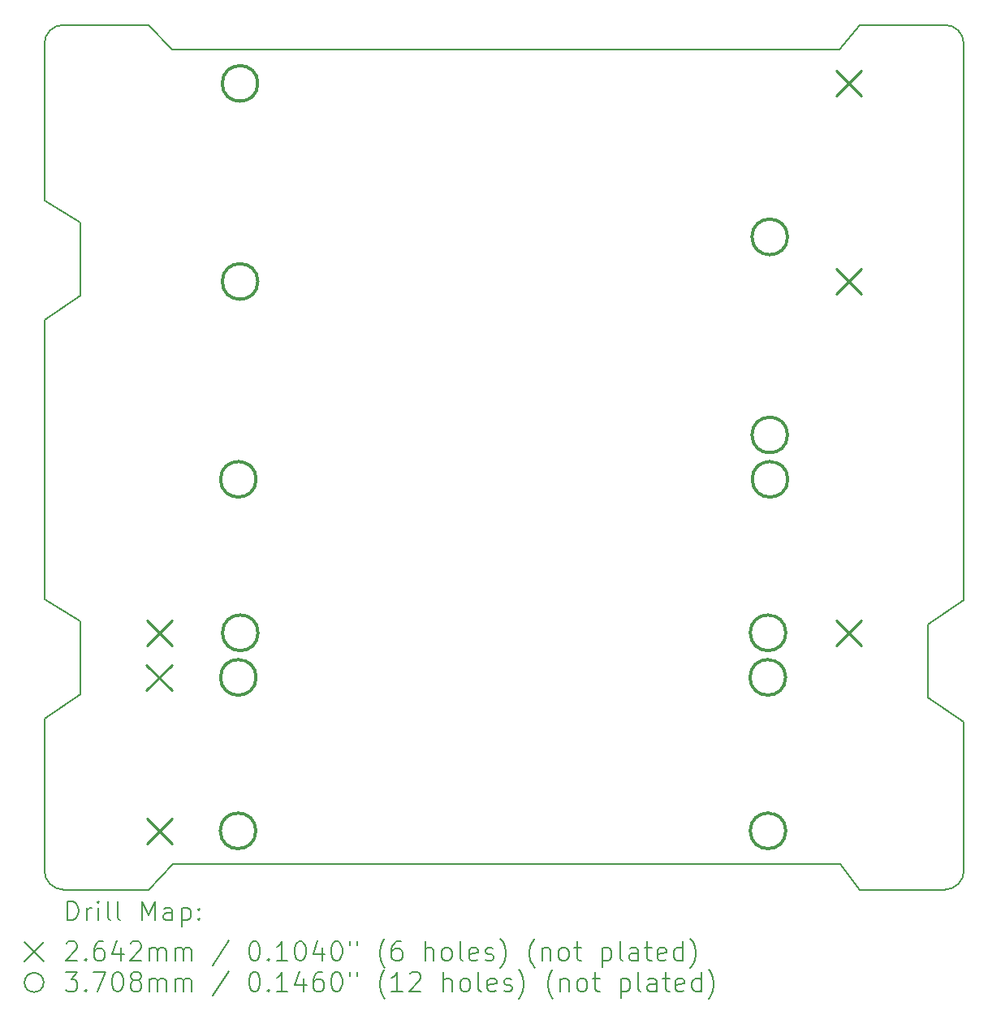
<source format=gbr>
%TF.GenerationSoftware,KiCad,Pcbnew,7.0.2-0*%
%TF.CreationDate,2024-05-07T22:45:02-07:00*%
%TF.ProjectId,batteryboard,62617474-6572-4796-926f-6172642e6b69,v2B*%
%TF.SameCoordinates,Original*%
%TF.FileFunction,Drillmap*%
%TF.FilePolarity,Positive*%
%FSLAX45Y45*%
G04 Gerber Fmt 4.5, Leading zero omitted, Abs format (unit mm)*
G04 Created by KiCad (PCBNEW 7.0.2-0) date 2024-05-07 22:45:02*
%MOMM*%
%LPD*%
G01*
G04 APERTURE LIST*
%ADD10C,0.150000*%
%ADD11C,0.200000*%
%ADD12C,0.264160*%
%ADD13C,0.370840*%
G04 APERTURE END LIST*
D10*
X5320030Y-14197990D02*
G75*
G03*
X5520030Y-14397990I200000J0D01*
G01*
X14708530Y-14397990D02*
G75*
G03*
X14908530Y-14197990I0J200000D01*
G01*
X14908530Y-5580990D02*
G75*
G03*
X14708530Y-5380990I-200000J0D01*
G01*
X5520030Y-5380990D02*
G75*
G03*
X5320030Y-5580990I0J-200000D01*
G01*
X5520030Y-14397990D02*
X6403950Y-14397990D01*
X14909800Y-11379200D02*
X14908530Y-5580990D01*
X13616570Y-14131870D02*
X6656970Y-14131870D01*
X6403950Y-14397990D02*
X6656970Y-14131870D01*
X14708530Y-14397990D02*
X13824610Y-14397990D01*
X6654800Y-5638800D02*
X6409690Y-5380990D01*
X13614400Y-5638800D02*
X6654800Y-5638800D01*
X13614400Y-5638800D02*
X13818870Y-5380990D01*
X14708530Y-5380990D02*
X13818870Y-5380990D01*
X6409690Y-5380990D02*
X5520030Y-5380990D01*
X5320030Y-7213600D02*
X5320030Y-5580990D01*
X14908530Y-14197990D02*
X14909800Y-12649200D01*
X14530970Y-12395200D02*
X14909800Y-12649200D01*
X5691210Y-11596890D02*
X5319470Y-11368290D01*
X14530970Y-11633200D02*
X14530970Y-12395200D01*
X5320030Y-8458200D02*
X5691770Y-8204200D01*
X5691210Y-12358890D02*
X5691210Y-11596890D01*
X13824610Y-14397990D02*
X13616570Y-14131870D01*
X5320030Y-14197990D02*
X5319470Y-12612890D01*
X5691770Y-7442200D02*
X5320030Y-7213600D01*
X5691770Y-8204200D02*
X5691770Y-7442200D01*
X14909800Y-11379200D02*
X14530970Y-11633200D01*
X5319470Y-12612890D02*
X5691210Y-12358890D01*
X5319470Y-11368290D02*
X5320030Y-8458200D01*
D11*
D12*
X6384290Y-12052300D02*
X6648450Y-12316460D01*
X6648450Y-12052300D02*
X6384290Y-12316460D01*
X6386830Y-11587480D02*
X6650990Y-11851640D01*
X6650990Y-11587480D02*
X6386830Y-11851640D01*
X6386830Y-13652500D02*
X6650990Y-13916660D01*
X6650990Y-13652500D02*
X6386830Y-13916660D01*
X13575030Y-5859780D02*
X13839190Y-6123940D01*
X13839190Y-5859780D02*
X13575030Y-6123940D01*
X13575030Y-7924800D02*
X13839190Y-8188960D01*
X13839190Y-7924800D02*
X13575030Y-8188960D01*
X13577570Y-11587480D02*
X13841730Y-11851640D01*
X13841730Y-11587480D02*
X13577570Y-11851640D01*
D13*
X7524750Y-13784580D02*
G75*
G03*
X7524750Y-13784580I-185420J0D01*
G01*
X7527290Y-10119360D02*
G75*
G03*
X7527290Y-10119360I-185420J0D01*
G01*
X7527290Y-12184380D02*
G75*
G03*
X7527290Y-12184380I-185420J0D01*
G01*
X7545070Y-5991860D02*
G75*
G03*
X7545070Y-5991860I-185420J0D01*
G01*
X7545070Y-8056880D02*
G75*
G03*
X7545070Y-8056880I-185420J0D01*
G01*
X7547610Y-11719560D02*
G75*
G03*
X7547610Y-11719560I-185420J0D01*
G01*
X13049250Y-12184380D02*
G75*
G03*
X13049250Y-12184380I-185420J0D01*
G01*
X13051790Y-11719560D02*
G75*
G03*
X13051790Y-11719560I-185420J0D01*
G01*
X13051790Y-13784580D02*
G75*
G03*
X13051790Y-13784580I-185420J0D01*
G01*
X13069570Y-7592060D02*
G75*
G03*
X13069570Y-7592060I-185420J0D01*
G01*
X13069570Y-9657080D02*
G75*
G03*
X13069570Y-9657080I-185420J0D01*
G01*
X13072110Y-10119360D02*
G75*
G03*
X13072110Y-10119360I-185420J0D01*
G01*
D11*
X5559589Y-14718014D02*
X5559589Y-14518014D01*
X5559589Y-14518014D02*
X5607208Y-14518014D01*
X5607208Y-14518014D02*
X5635779Y-14527538D01*
X5635779Y-14527538D02*
X5654827Y-14546585D01*
X5654827Y-14546585D02*
X5664351Y-14565633D01*
X5664351Y-14565633D02*
X5673875Y-14603728D01*
X5673875Y-14603728D02*
X5673875Y-14632299D01*
X5673875Y-14632299D02*
X5664351Y-14670395D01*
X5664351Y-14670395D02*
X5654827Y-14689442D01*
X5654827Y-14689442D02*
X5635779Y-14708490D01*
X5635779Y-14708490D02*
X5607208Y-14718014D01*
X5607208Y-14718014D02*
X5559589Y-14718014D01*
X5759589Y-14718014D02*
X5759589Y-14584680D01*
X5759589Y-14622776D02*
X5769113Y-14603728D01*
X5769113Y-14603728D02*
X5778637Y-14594204D01*
X5778637Y-14594204D02*
X5797684Y-14584680D01*
X5797684Y-14584680D02*
X5816732Y-14584680D01*
X5883398Y-14718014D02*
X5883398Y-14584680D01*
X5883398Y-14518014D02*
X5873875Y-14527538D01*
X5873875Y-14527538D02*
X5883398Y-14537061D01*
X5883398Y-14537061D02*
X5892922Y-14527538D01*
X5892922Y-14527538D02*
X5883398Y-14518014D01*
X5883398Y-14518014D02*
X5883398Y-14537061D01*
X6007208Y-14718014D02*
X5988160Y-14708490D01*
X5988160Y-14708490D02*
X5978637Y-14689442D01*
X5978637Y-14689442D02*
X5978637Y-14518014D01*
X6111970Y-14718014D02*
X6092922Y-14708490D01*
X6092922Y-14708490D02*
X6083398Y-14689442D01*
X6083398Y-14689442D02*
X6083398Y-14518014D01*
X6340541Y-14718014D02*
X6340541Y-14518014D01*
X6340541Y-14518014D02*
X6407208Y-14660871D01*
X6407208Y-14660871D02*
X6473875Y-14518014D01*
X6473875Y-14518014D02*
X6473875Y-14718014D01*
X6654827Y-14718014D02*
X6654827Y-14613252D01*
X6654827Y-14613252D02*
X6645303Y-14594204D01*
X6645303Y-14594204D02*
X6626256Y-14584680D01*
X6626256Y-14584680D02*
X6588160Y-14584680D01*
X6588160Y-14584680D02*
X6569113Y-14594204D01*
X6654827Y-14708490D02*
X6635779Y-14718014D01*
X6635779Y-14718014D02*
X6588160Y-14718014D01*
X6588160Y-14718014D02*
X6569113Y-14708490D01*
X6569113Y-14708490D02*
X6559589Y-14689442D01*
X6559589Y-14689442D02*
X6559589Y-14670395D01*
X6559589Y-14670395D02*
X6569113Y-14651347D01*
X6569113Y-14651347D02*
X6588160Y-14641823D01*
X6588160Y-14641823D02*
X6635779Y-14641823D01*
X6635779Y-14641823D02*
X6654827Y-14632299D01*
X6750065Y-14584680D02*
X6750065Y-14784680D01*
X6750065Y-14594204D02*
X6769113Y-14584680D01*
X6769113Y-14584680D02*
X6807208Y-14584680D01*
X6807208Y-14584680D02*
X6826256Y-14594204D01*
X6826256Y-14594204D02*
X6835779Y-14603728D01*
X6835779Y-14603728D02*
X6845303Y-14622776D01*
X6845303Y-14622776D02*
X6845303Y-14679918D01*
X6845303Y-14679918D02*
X6835779Y-14698966D01*
X6835779Y-14698966D02*
X6826256Y-14708490D01*
X6826256Y-14708490D02*
X6807208Y-14718014D01*
X6807208Y-14718014D02*
X6769113Y-14718014D01*
X6769113Y-14718014D02*
X6750065Y-14708490D01*
X6931018Y-14698966D02*
X6940541Y-14708490D01*
X6940541Y-14708490D02*
X6931018Y-14718014D01*
X6931018Y-14718014D02*
X6921494Y-14708490D01*
X6921494Y-14708490D02*
X6931018Y-14698966D01*
X6931018Y-14698966D02*
X6931018Y-14718014D01*
X6931018Y-14594204D02*
X6940541Y-14603728D01*
X6940541Y-14603728D02*
X6931018Y-14613252D01*
X6931018Y-14613252D02*
X6921494Y-14603728D01*
X6921494Y-14603728D02*
X6931018Y-14594204D01*
X6931018Y-14594204D02*
X6931018Y-14613252D01*
X5111970Y-14945490D02*
X5311970Y-15145490D01*
X5311970Y-14945490D02*
X5111970Y-15145490D01*
X5550065Y-14957061D02*
X5559589Y-14947538D01*
X5559589Y-14947538D02*
X5578637Y-14938014D01*
X5578637Y-14938014D02*
X5626256Y-14938014D01*
X5626256Y-14938014D02*
X5645303Y-14947538D01*
X5645303Y-14947538D02*
X5654827Y-14957061D01*
X5654827Y-14957061D02*
X5664351Y-14976109D01*
X5664351Y-14976109D02*
X5664351Y-14995157D01*
X5664351Y-14995157D02*
X5654827Y-15023728D01*
X5654827Y-15023728D02*
X5540541Y-15138014D01*
X5540541Y-15138014D02*
X5664351Y-15138014D01*
X5750065Y-15118966D02*
X5759589Y-15128490D01*
X5759589Y-15128490D02*
X5750065Y-15138014D01*
X5750065Y-15138014D02*
X5740541Y-15128490D01*
X5740541Y-15128490D02*
X5750065Y-15118966D01*
X5750065Y-15118966D02*
X5750065Y-15138014D01*
X5931018Y-14938014D02*
X5892922Y-14938014D01*
X5892922Y-14938014D02*
X5873875Y-14947538D01*
X5873875Y-14947538D02*
X5864351Y-14957061D01*
X5864351Y-14957061D02*
X5845303Y-14985633D01*
X5845303Y-14985633D02*
X5835779Y-15023728D01*
X5835779Y-15023728D02*
X5835779Y-15099918D01*
X5835779Y-15099918D02*
X5845303Y-15118966D01*
X5845303Y-15118966D02*
X5854827Y-15128490D01*
X5854827Y-15128490D02*
X5873875Y-15138014D01*
X5873875Y-15138014D02*
X5911970Y-15138014D01*
X5911970Y-15138014D02*
X5931018Y-15128490D01*
X5931018Y-15128490D02*
X5940541Y-15118966D01*
X5940541Y-15118966D02*
X5950065Y-15099918D01*
X5950065Y-15099918D02*
X5950065Y-15052299D01*
X5950065Y-15052299D02*
X5940541Y-15033252D01*
X5940541Y-15033252D02*
X5931018Y-15023728D01*
X5931018Y-15023728D02*
X5911970Y-15014204D01*
X5911970Y-15014204D02*
X5873875Y-15014204D01*
X5873875Y-15014204D02*
X5854827Y-15023728D01*
X5854827Y-15023728D02*
X5845303Y-15033252D01*
X5845303Y-15033252D02*
X5835779Y-15052299D01*
X6121494Y-15004680D02*
X6121494Y-15138014D01*
X6073875Y-14928490D02*
X6026256Y-15071347D01*
X6026256Y-15071347D02*
X6150065Y-15071347D01*
X6216732Y-14957061D02*
X6226256Y-14947538D01*
X6226256Y-14947538D02*
X6245303Y-14938014D01*
X6245303Y-14938014D02*
X6292922Y-14938014D01*
X6292922Y-14938014D02*
X6311970Y-14947538D01*
X6311970Y-14947538D02*
X6321494Y-14957061D01*
X6321494Y-14957061D02*
X6331018Y-14976109D01*
X6331018Y-14976109D02*
X6331018Y-14995157D01*
X6331018Y-14995157D02*
X6321494Y-15023728D01*
X6321494Y-15023728D02*
X6207208Y-15138014D01*
X6207208Y-15138014D02*
X6331018Y-15138014D01*
X6416732Y-15138014D02*
X6416732Y-15004680D01*
X6416732Y-15023728D02*
X6426256Y-15014204D01*
X6426256Y-15014204D02*
X6445303Y-15004680D01*
X6445303Y-15004680D02*
X6473875Y-15004680D01*
X6473875Y-15004680D02*
X6492922Y-15014204D01*
X6492922Y-15014204D02*
X6502446Y-15033252D01*
X6502446Y-15033252D02*
X6502446Y-15138014D01*
X6502446Y-15033252D02*
X6511970Y-15014204D01*
X6511970Y-15014204D02*
X6531018Y-15004680D01*
X6531018Y-15004680D02*
X6559589Y-15004680D01*
X6559589Y-15004680D02*
X6578637Y-15014204D01*
X6578637Y-15014204D02*
X6588160Y-15033252D01*
X6588160Y-15033252D02*
X6588160Y-15138014D01*
X6683399Y-15138014D02*
X6683399Y-15004680D01*
X6683399Y-15023728D02*
X6692922Y-15014204D01*
X6692922Y-15014204D02*
X6711970Y-15004680D01*
X6711970Y-15004680D02*
X6740541Y-15004680D01*
X6740541Y-15004680D02*
X6759589Y-15014204D01*
X6759589Y-15014204D02*
X6769113Y-15033252D01*
X6769113Y-15033252D02*
X6769113Y-15138014D01*
X6769113Y-15033252D02*
X6778637Y-15014204D01*
X6778637Y-15014204D02*
X6797684Y-15004680D01*
X6797684Y-15004680D02*
X6826256Y-15004680D01*
X6826256Y-15004680D02*
X6845303Y-15014204D01*
X6845303Y-15014204D02*
X6854827Y-15033252D01*
X6854827Y-15033252D02*
X6854827Y-15138014D01*
X7245303Y-14928490D02*
X7073875Y-15185633D01*
X7502446Y-14938014D02*
X7521494Y-14938014D01*
X7521494Y-14938014D02*
X7540542Y-14947538D01*
X7540542Y-14947538D02*
X7550065Y-14957061D01*
X7550065Y-14957061D02*
X7559589Y-14976109D01*
X7559589Y-14976109D02*
X7569113Y-15014204D01*
X7569113Y-15014204D02*
X7569113Y-15061823D01*
X7569113Y-15061823D02*
X7559589Y-15099918D01*
X7559589Y-15099918D02*
X7550065Y-15118966D01*
X7550065Y-15118966D02*
X7540542Y-15128490D01*
X7540542Y-15128490D02*
X7521494Y-15138014D01*
X7521494Y-15138014D02*
X7502446Y-15138014D01*
X7502446Y-15138014D02*
X7483399Y-15128490D01*
X7483399Y-15128490D02*
X7473875Y-15118966D01*
X7473875Y-15118966D02*
X7464351Y-15099918D01*
X7464351Y-15099918D02*
X7454827Y-15061823D01*
X7454827Y-15061823D02*
X7454827Y-15014204D01*
X7454827Y-15014204D02*
X7464351Y-14976109D01*
X7464351Y-14976109D02*
X7473875Y-14957061D01*
X7473875Y-14957061D02*
X7483399Y-14947538D01*
X7483399Y-14947538D02*
X7502446Y-14938014D01*
X7654827Y-15118966D02*
X7664351Y-15128490D01*
X7664351Y-15128490D02*
X7654827Y-15138014D01*
X7654827Y-15138014D02*
X7645303Y-15128490D01*
X7645303Y-15128490D02*
X7654827Y-15118966D01*
X7654827Y-15118966D02*
X7654827Y-15138014D01*
X7854827Y-15138014D02*
X7740542Y-15138014D01*
X7797684Y-15138014D02*
X7797684Y-14938014D01*
X7797684Y-14938014D02*
X7778637Y-14966585D01*
X7778637Y-14966585D02*
X7759589Y-14985633D01*
X7759589Y-14985633D02*
X7740542Y-14995157D01*
X7978637Y-14938014D02*
X7997684Y-14938014D01*
X7997684Y-14938014D02*
X8016732Y-14947538D01*
X8016732Y-14947538D02*
X8026256Y-14957061D01*
X8026256Y-14957061D02*
X8035780Y-14976109D01*
X8035780Y-14976109D02*
X8045303Y-15014204D01*
X8045303Y-15014204D02*
X8045303Y-15061823D01*
X8045303Y-15061823D02*
X8035780Y-15099918D01*
X8035780Y-15099918D02*
X8026256Y-15118966D01*
X8026256Y-15118966D02*
X8016732Y-15128490D01*
X8016732Y-15128490D02*
X7997684Y-15138014D01*
X7997684Y-15138014D02*
X7978637Y-15138014D01*
X7978637Y-15138014D02*
X7959589Y-15128490D01*
X7959589Y-15128490D02*
X7950065Y-15118966D01*
X7950065Y-15118966D02*
X7940542Y-15099918D01*
X7940542Y-15099918D02*
X7931018Y-15061823D01*
X7931018Y-15061823D02*
X7931018Y-15014204D01*
X7931018Y-15014204D02*
X7940542Y-14976109D01*
X7940542Y-14976109D02*
X7950065Y-14957061D01*
X7950065Y-14957061D02*
X7959589Y-14947538D01*
X7959589Y-14947538D02*
X7978637Y-14938014D01*
X8216732Y-15004680D02*
X8216732Y-15138014D01*
X8169113Y-14928490D02*
X8121494Y-15071347D01*
X8121494Y-15071347D02*
X8245303Y-15071347D01*
X8359589Y-14938014D02*
X8378637Y-14938014D01*
X8378637Y-14938014D02*
X8397685Y-14947538D01*
X8397685Y-14947538D02*
X8407208Y-14957061D01*
X8407208Y-14957061D02*
X8416732Y-14976109D01*
X8416732Y-14976109D02*
X8426256Y-15014204D01*
X8426256Y-15014204D02*
X8426256Y-15061823D01*
X8426256Y-15061823D02*
X8416732Y-15099918D01*
X8416732Y-15099918D02*
X8407208Y-15118966D01*
X8407208Y-15118966D02*
X8397685Y-15128490D01*
X8397685Y-15128490D02*
X8378637Y-15138014D01*
X8378637Y-15138014D02*
X8359589Y-15138014D01*
X8359589Y-15138014D02*
X8340542Y-15128490D01*
X8340542Y-15128490D02*
X8331018Y-15118966D01*
X8331018Y-15118966D02*
X8321494Y-15099918D01*
X8321494Y-15099918D02*
X8311970Y-15061823D01*
X8311970Y-15061823D02*
X8311970Y-15014204D01*
X8311970Y-15014204D02*
X8321494Y-14976109D01*
X8321494Y-14976109D02*
X8331018Y-14957061D01*
X8331018Y-14957061D02*
X8340542Y-14947538D01*
X8340542Y-14947538D02*
X8359589Y-14938014D01*
X8502446Y-14938014D02*
X8502446Y-14976109D01*
X8578637Y-14938014D02*
X8578637Y-14976109D01*
X8873875Y-15214204D02*
X8864351Y-15204680D01*
X8864351Y-15204680D02*
X8845304Y-15176109D01*
X8845304Y-15176109D02*
X8835780Y-15157061D01*
X8835780Y-15157061D02*
X8826256Y-15128490D01*
X8826256Y-15128490D02*
X8816732Y-15080871D01*
X8816732Y-15080871D02*
X8816732Y-15042776D01*
X8816732Y-15042776D02*
X8826256Y-14995157D01*
X8826256Y-14995157D02*
X8835780Y-14966585D01*
X8835780Y-14966585D02*
X8845304Y-14947538D01*
X8845304Y-14947538D02*
X8864351Y-14918966D01*
X8864351Y-14918966D02*
X8873875Y-14909442D01*
X9035780Y-14938014D02*
X8997685Y-14938014D01*
X8997685Y-14938014D02*
X8978637Y-14947538D01*
X8978637Y-14947538D02*
X8969113Y-14957061D01*
X8969113Y-14957061D02*
X8950066Y-14985633D01*
X8950066Y-14985633D02*
X8940542Y-15023728D01*
X8940542Y-15023728D02*
X8940542Y-15099918D01*
X8940542Y-15099918D02*
X8950066Y-15118966D01*
X8950066Y-15118966D02*
X8959589Y-15128490D01*
X8959589Y-15128490D02*
X8978637Y-15138014D01*
X8978637Y-15138014D02*
X9016732Y-15138014D01*
X9016732Y-15138014D02*
X9035780Y-15128490D01*
X9035780Y-15128490D02*
X9045304Y-15118966D01*
X9045304Y-15118966D02*
X9054827Y-15099918D01*
X9054827Y-15099918D02*
X9054827Y-15052299D01*
X9054827Y-15052299D02*
X9045304Y-15033252D01*
X9045304Y-15033252D02*
X9035780Y-15023728D01*
X9035780Y-15023728D02*
X9016732Y-15014204D01*
X9016732Y-15014204D02*
X8978637Y-15014204D01*
X8978637Y-15014204D02*
X8959589Y-15023728D01*
X8959589Y-15023728D02*
X8950066Y-15033252D01*
X8950066Y-15033252D02*
X8940542Y-15052299D01*
X9292923Y-15138014D02*
X9292923Y-14938014D01*
X9378637Y-15138014D02*
X9378637Y-15033252D01*
X9378637Y-15033252D02*
X9369113Y-15014204D01*
X9369113Y-15014204D02*
X9350066Y-15004680D01*
X9350066Y-15004680D02*
X9321494Y-15004680D01*
X9321494Y-15004680D02*
X9302447Y-15014204D01*
X9302447Y-15014204D02*
X9292923Y-15023728D01*
X9502447Y-15138014D02*
X9483399Y-15128490D01*
X9483399Y-15128490D02*
X9473875Y-15118966D01*
X9473875Y-15118966D02*
X9464351Y-15099918D01*
X9464351Y-15099918D02*
X9464351Y-15042776D01*
X9464351Y-15042776D02*
X9473875Y-15023728D01*
X9473875Y-15023728D02*
X9483399Y-15014204D01*
X9483399Y-15014204D02*
X9502447Y-15004680D01*
X9502447Y-15004680D02*
X9531018Y-15004680D01*
X9531018Y-15004680D02*
X9550066Y-15014204D01*
X9550066Y-15014204D02*
X9559589Y-15023728D01*
X9559589Y-15023728D02*
X9569113Y-15042776D01*
X9569113Y-15042776D02*
X9569113Y-15099918D01*
X9569113Y-15099918D02*
X9559589Y-15118966D01*
X9559589Y-15118966D02*
X9550066Y-15128490D01*
X9550066Y-15128490D02*
X9531018Y-15138014D01*
X9531018Y-15138014D02*
X9502447Y-15138014D01*
X9683399Y-15138014D02*
X9664351Y-15128490D01*
X9664351Y-15128490D02*
X9654828Y-15109442D01*
X9654828Y-15109442D02*
X9654828Y-14938014D01*
X9835780Y-15128490D02*
X9816732Y-15138014D01*
X9816732Y-15138014D02*
X9778637Y-15138014D01*
X9778637Y-15138014D02*
X9759589Y-15128490D01*
X9759589Y-15128490D02*
X9750066Y-15109442D01*
X9750066Y-15109442D02*
X9750066Y-15033252D01*
X9750066Y-15033252D02*
X9759589Y-15014204D01*
X9759589Y-15014204D02*
X9778637Y-15004680D01*
X9778637Y-15004680D02*
X9816732Y-15004680D01*
X9816732Y-15004680D02*
X9835780Y-15014204D01*
X9835780Y-15014204D02*
X9845304Y-15033252D01*
X9845304Y-15033252D02*
X9845304Y-15052299D01*
X9845304Y-15052299D02*
X9750066Y-15071347D01*
X9921494Y-15128490D02*
X9940542Y-15138014D01*
X9940542Y-15138014D02*
X9978637Y-15138014D01*
X9978637Y-15138014D02*
X9997685Y-15128490D01*
X9997685Y-15128490D02*
X10007209Y-15109442D01*
X10007209Y-15109442D02*
X10007209Y-15099918D01*
X10007209Y-15099918D02*
X9997685Y-15080871D01*
X9997685Y-15080871D02*
X9978637Y-15071347D01*
X9978637Y-15071347D02*
X9950066Y-15071347D01*
X9950066Y-15071347D02*
X9931018Y-15061823D01*
X9931018Y-15061823D02*
X9921494Y-15042776D01*
X9921494Y-15042776D02*
X9921494Y-15033252D01*
X9921494Y-15033252D02*
X9931018Y-15014204D01*
X9931018Y-15014204D02*
X9950066Y-15004680D01*
X9950066Y-15004680D02*
X9978637Y-15004680D01*
X9978637Y-15004680D02*
X9997685Y-15014204D01*
X10073875Y-15214204D02*
X10083399Y-15204680D01*
X10083399Y-15204680D02*
X10102447Y-15176109D01*
X10102447Y-15176109D02*
X10111970Y-15157061D01*
X10111970Y-15157061D02*
X10121494Y-15128490D01*
X10121494Y-15128490D02*
X10131018Y-15080871D01*
X10131018Y-15080871D02*
X10131018Y-15042776D01*
X10131018Y-15042776D02*
X10121494Y-14995157D01*
X10121494Y-14995157D02*
X10111970Y-14966585D01*
X10111970Y-14966585D02*
X10102447Y-14947538D01*
X10102447Y-14947538D02*
X10083399Y-14918966D01*
X10083399Y-14918966D02*
X10073875Y-14909442D01*
X10435780Y-15214204D02*
X10426256Y-15204680D01*
X10426256Y-15204680D02*
X10407209Y-15176109D01*
X10407209Y-15176109D02*
X10397685Y-15157061D01*
X10397685Y-15157061D02*
X10388161Y-15128490D01*
X10388161Y-15128490D02*
X10378637Y-15080871D01*
X10378637Y-15080871D02*
X10378637Y-15042776D01*
X10378637Y-15042776D02*
X10388161Y-14995157D01*
X10388161Y-14995157D02*
X10397685Y-14966585D01*
X10397685Y-14966585D02*
X10407209Y-14947538D01*
X10407209Y-14947538D02*
X10426256Y-14918966D01*
X10426256Y-14918966D02*
X10435780Y-14909442D01*
X10511970Y-15004680D02*
X10511970Y-15138014D01*
X10511970Y-15023728D02*
X10521494Y-15014204D01*
X10521494Y-15014204D02*
X10540542Y-15004680D01*
X10540542Y-15004680D02*
X10569113Y-15004680D01*
X10569113Y-15004680D02*
X10588161Y-15014204D01*
X10588161Y-15014204D02*
X10597685Y-15033252D01*
X10597685Y-15033252D02*
X10597685Y-15138014D01*
X10721494Y-15138014D02*
X10702447Y-15128490D01*
X10702447Y-15128490D02*
X10692923Y-15118966D01*
X10692923Y-15118966D02*
X10683399Y-15099918D01*
X10683399Y-15099918D02*
X10683399Y-15042776D01*
X10683399Y-15042776D02*
X10692923Y-15023728D01*
X10692923Y-15023728D02*
X10702447Y-15014204D01*
X10702447Y-15014204D02*
X10721494Y-15004680D01*
X10721494Y-15004680D02*
X10750066Y-15004680D01*
X10750066Y-15004680D02*
X10769113Y-15014204D01*
X10769113Y-15014204D02*
X10778637Y-15023728D01*
X10778637Y-15023728D02*
X10788161Y-15042776D01*
X10788161Y-15042776D02*
X10788161Y-15099918D01*
X10788161Y-15099918D02*
X10778637Y-15118966D01*
X10778637Y-15118966D02*
X10769113Y-15128490D01*
X10769113Y-15128490D02*
X10750066Y-15138014D01*
X10750066Y-15138014D02*
X10721494Y-15138014D01*
X10845304Y-15004680D02*
X10921494Y-15004680D01*
X10873875Y-14938014D02*
X10873875Y-15109442D01*
X10873875Y-15109442D02*
X10883399Y-15128490D01*
X10883399Y-15128490D02*
X10902447Y-15138014D01*
X10902447Y-15138014D02*
X10921494Y-15138014D01*
X11140542Y-15004680D02*
X11140542Y-15204680D01*
X11140542Y-15014204D02*
X11159590Y-15004680D01*
X11159590Y-15004680D02*
X11197685Y-15004680D01*
X11197685Y-15004680D02*
X11216732Y-15014204D01*
X11216732Y-15014204D02*
X11226256Y-15023728D01*
X11226256Y-15023728D02*
X11235780Y-15042776D01*
X11235780Y-15042776D02*
X11235780Y-15099918D01*
X11235780Y-15099918D02*
X11226256Y-15118966D01*
X11226256Y-15118966D02*
X11216732Y-15128490D01*
X11216732Y-15128490D02*
X11197685Y-15138014D01*
X11197685Y-15138014D02*
X11159590Y-15138014D01*
X11159590Y-15138014D02*
X11140542Y-15128490D01*
X11350066Y-15138014D02*
X11331018Y-15128490D01*
X11331018Y-15128490D02*
X11321494Y-15109442D01*
X11321494Y-15109442D02*
X11321494Y-14938014D01*
X11511970Y-15138014D02*
X11511970Y-15033252D01*
X11511970Y-15033252D02*
X11502447Y-15014204D01*
X11502447Y-15014204D02*
X11483399Y-15004680D01*
X11483399Y-15004680D02*
X11445304Y-15004680D01*
X11445304Y-15004680D02*
X11426256Y-15014204D01*
X11511970Y-15128490D02*
X11492923Y-15138014D01*
X11492923Y-15138014D02*
X11445304Y-15138014D01*
X11445304Y-15138014D02*
X11426256Y-15128490D01*
X11426256Y-15128490D02*
X11416732Y-15109442D01*
X11416732Y-15109442D02*
X11416732Y-15090395D01*
X11416732Y-15090395D02*
X11426256Y-15071347D01*
X11426256Y-15071347D02*
X11445304Y-15061823D01*
X11445304Y-15061823D02*
X11492923Y-15061823D01*
X11492923Y-15061823D02*
X11511970Y-15052299D01*
X11578637Y-15004680D02*
X11654828Y-15004680D01*
X11607209Y-14938014D02*
X11607209Y-15109442D01*
X11607209Y-15109442D02*
X11616732Y-15128490D01*
X11616732Y-15128490D02*
X11635780Y-15138014D01*
X11635780Y-15138014D02*
X11654828Y-15138014D01*
X11797685Y-15128490D02*
X11778637Y-15138014D01*
X11778637Y-15138014D02*
X11740542Y-15138014D01*
X11740542Y-15138014D02*
X11721494Y-15128490D01*
X11721494Y-15128490D02*
X11711970Y-15109442D01*
X11711970Y-15109442D02*
X11711970Y-15033252D01*
X11711970Y-15033252D02*
X11721494Y-15014204D01*
X11721494Y-15014204D02*
X11740542Y-15004680D01*
X11740542Y-15004680D02*
X11778637Y-15004680D01*
X11778637Y-15004680D02*
X11797685Y-15014204D01*
X11797685Y-15014204D02*
X11807209Y-15033252D01*
X11807209Y-15033252D02*
X11807209Y-15052299D01*
X11807209Y-15052299D02*
X11711970Y-15071347D01*
X11978637Y-15138014D02*
X11978637Y-14938014D01*
X11978637Y-15128490D02*
X11959590Y-15138014D01*
X11959590Y-15138014D02*
X11921494Y-15138014D01*
X11921494Y-15138014D02*
X11902447Y-15128490D01*
X11902447Y-15128490D02*
X11892923Y-15118966D01*
X11892923Y-15118966D02*
X11883399Y-15099918D01*
X11883399Y-15099918D02*
X11883399Y-15042776D01*
X11883399Y-15042776D02*
X11892923Y-15023728D01*
X11892923Y-15023728D02*
X11902447Y-15014204D01*
X11902447Y-15014204D02*
X11921494Y-15004680D01*
X11921494Y-15004680D02*
X11959590Y-15004680D01*
X11959590Y-15004680D02*
X11978637Y-15014204D01*
X12054828Y-15214204D02*
X12064351Y-15204680D01*
X12064351Y-15204680D02*
X12083399Y-15176109D01*
X12083399Y-15176109D02*
X12092923Y-15157061D01*
X12092923Y-15157061D02*
X12102447Y-15128490D01*
X12102447Y-15128490D02*
X12111970Y-15080871D01*
X12111970Y-15080871D02*
X12111970Y-15042776D01*
X12111970Y-15042776D02*
X12102447Y-14995157D01*
X12102447Y-14995157D02*
X12092923Y-14966585D01*
X12092923Y-14966585D02*
X12083399Y-14947538D01*
X12083399Y-14947538D02*
X12064351Y-14918966D01*
X12064351Y-14918966D02*
X12054828Y-14909442D01*
X5311970Y-15365490D02*
G75*
G03*
X5311970Y-15365490I-100000J0D01*
G01*
X5540541Y-15258014D02*
X5664351Y-15258014D01*
X5664351Y-15258014D02*
X5597684Y-15334204D01*
X5597684Y-15334204D02*
X5626256Y-15334204D01*
X5626256Y-15334204D02*
X5645303Y-15343728D01*
X5645303Y-15343728D02*
X5654827Y-15353252D01*
X5654827Y-15353252D02*
X5664351Y-15372299D01*
X5664351Y-15372299D02*
X5664351Y-15419918D01*
X5664351Y-15419918D02*
X5654827Y-15438966D01*
X5654827Y-15438966D02*
X5645303Y-15448490D01*
X5645303Y-15448490D02*
X5626256Y-15458014D01*
X5626256Y-15458014D02*
X5569113Y-15458014D01*
X5569113Y-15458014D02*
X5550065Y-15448490D01*
X5550065Y-15448490D02*
X5540541Y-15438966D01*
X5750065Y-15438966D02*
X5759589Y-15448490D01*
X5759589Y-15448490D02*
X5750065Y-15458014D01*
X5750065Y-15458014D02*
X5740541Y-15448490D01*
X5740541Y-15448490D02*
X5750065Y-15438966D01*
X5750065Y-15438966D02*
X5750065Y-15458014D01*
X5826256Y-15258014D02*
X5959589Y-15258014D01*
X5959589Y-15258014D02*
X5873875Y-15458014D01*
X6073875Y-15258014D02*
X6092922Y-15258014D01*
X6092922Y-15258014D02*
X6111970Y-15267538D01*
X6111970Y-15267538D02*
X6121494Y-15277061D01*
X6121494Y-15277061D02*
X6131018Y-15296109D01*
X6131018Y-15296109D02*
X6140541Y-15334204D01*
X6140541Y-15334204D02*
X6140541Y-15381823D01*
X6140541Y-15381823D02*
X6131018Y-15419918D01*
X6131018Y-15419918D02*
X6121494Y-15438966D01*
X6121494Y-15438966D02*
X6111970Y-15448490D01*
X6111970Y-15448490D02*
X6092922Y-15458014D01*
X6092922Y-15458014D02*
X6073875Y-15458014D01*
X6073875Y-15458014D02*
X6054827Y-15448490D01*
X6054827Y-15448490D02*
X6045303Y-15438966D01*
X6045303Y-15438966D02*
X6035779Y-15419918D01*
X6035779Y-15419918D02*
X6026256Y-15381823D01*
X6026256Y-15381823D02*
X6026256Y-15334204D01*
X6026256Y-15334204D02*
X6035779Y-15296109D01*
X6035779Y-15296109D02*
X6045303Y-15277061D01*
X6045303Y-15277061D02*
X6054827Y-15267538D01*
X6054827Y-15267538D02*
X6073875Y-15258014D01*
X6254827Y-15343728D02*
X6235779Y-15334204D01*
X6235779Y-15334204D02*
X6226256Y-15324680D01*
X6226256Y-15324680D02*
X6216732Y-15305633D01*
X6216732Y-15305633D02*
X6216732Y-15296109D01*
X6216732Y-15296109D02*
X6226256Y-15277061D01*
X6226256Y-15277061D02*
X6235779Y-15267538D01*
X6235779Y-15267538D02*
X6254827Y-15258014D01*
X6254827Y-15258014D02*
X6292922Y-15258014D01*
X6292922Y-15258014D02*
X6311970Y-15267538D01*
X6311970Y-15267538D02*
X6321494Y-15277061D01*
X6321494Y-15277061D02*
X6331018Y-15296109D01*
X6331018Y-15296109D02*
X6331018Y-15305633D01*
X6331018Y-15305633D02*
X6321494Y-15324680D01*
X6321494Y-15324680D02*
X6311970Y-15334204D01*
X6311970Y-15334204D02*
X6292922Y-15343728D01*
X6292922Y-15343728D02*
X6254827Y-15343728D01*
X6254827Y-15343728D02*
X6235779Y-15353252D01*
X6235779Y-15353252D02*
X6226256Y-15362776D01*
X6226256Y-15362776D02*
X6216732Y-15381823D01*
X6216732Y-15381823D02*
X6216732Y-15419918D01*
X6216732Y-15419918D02*
X6226256Y-15438966D01*
X6226256Y-15438966D02*
X6235779Y-15448490D01*
X6235779Y-15448490D02*
X6254827Y-15458014D01*
X6254827Y-15458014D02*
X6292922Y-15458014D01*
X6292922Y-15458014D02*
X6311970Y-15448490D01*
X6311970Y-15448490D02*
X6321494Y-15438966D01*
X6321494Y-15438966D02*
X6331018Y-15419918D01*
X6331018Y-15419918D02*
X6331018Y-15381823D01*
X6331018Y-15381823D02*
X6321494Y-15362776D01*
X6321494Y-15362776D02*
X6311970Y-15353252D01*
X6311970Y-15353252D02*
X6292922Y-15343728D01*
X6416732Y-15458014D02*
X6416732Y-15324680D01*
X6416732Y-15343728D02*
X6426256Y-15334204D01*
X6426256Y-15334204D02*
X6445303Y-15324680D01*
X6445303Y-15324680D02*
X6473875Y-15324680D01*
X6473875Y-15324680D02*
X6492922Y-15334204D01*
X6492922Y-15334204D02*
X6502446Y-15353252D01*
X6502446Y-15353252D02*
X6502446Y-15458014D01*
X6502446Y-15353252D02*
X6511970Y-15334204D01*
X6511970Y-15334204D02*
X6531018Y-15324680D01*
X6531018Y-15324680D02*
X6559589Y-15324680D01*
X6559589Y-15324680D02*
X6578637Y-15334204D01*
X6578637Y-15334204D02*
X6588160Y-15353252D01*
X6588160Y-15353252D02*
X6588160Y-15458014D01*
X6683399Y-15458014D02*
X6683399Y-15324680D01*
X6683399Y-15343728D02*
X6692922Y-15334204D01*
X6692922Y-15334204D02*
X6711970Y-15324680D01*
X6711970Y-15324680D02*
X6740541Y-15324680D01*
X6740541Y-15324680D02*
X6759589Y-15334204D01*
X6759589Y-15334204D02*
X6769113Y-15353252D01*
X6769113Y-15353252D02*
X6769113Y-15458014D01*
X6769113Y-15353252D02*
X6778637Y-15334204D01*
X6778637Y-15334204D02*
X6797684Y-15324680D01*
X6797684Y-15324680D02*
X6826256Y-15324680D01*
X6826256Y-15324680D02*
X6845303Y-15334204D01*
X6845303Y-15334204D02*
X6854827Y-15353252D01*
X6854827Y-15353252D02*
X6854827Y-15458014D01*
X7245303Y-15248490D02*
X7073875Y-15505633D01*
X7502446Y-15258014D02*
X7521494Y-15258014D01*
X7521494Y-15258014D02*
X7540542Y-15267538D01*
X7540542Y-15267538D02*
X7550065Y-15277061D01*
X7550065Y-15277061D02*
X7559589Y-15296109D01*
X7559589Y-15296109D02*
X7569113Y-15334204D01*
X7569113Y-15334204D02*
X7569113Y-15381823D01*
X7569113Y-15381823D02*
X7559589Y-15419918D01*
X7559589Y-15419918D02*
X7550065Y-15438966D01*
X7550065Y-15438966D02*
X7540542Y-15448490D01*
X7540542Y-15448490D02*
X7521494Y-15458014D01*
X7521494Y-15458014D02*
X7502446Y-15458014D01*
X7502446Y-15458014D02*
X7483399Y-15448490D01*
X7483399Y-15448490D02*
X7473875Y-15438966D01*
X7473875Y-15438966D02*
X7464351Y-15419918D01*
X7464351Y-15419918D02*
X7454827Y-15381823D01*
X7454827Y-15381823D02*
X7454827Y-15334204D01*
X7454827Y-15334204D02*
X7464351Y-15296109D01*
X7464351Y-15296109D02*
X7473875Y-15277061D01*
X7473875Y-15277061D02*
X7483399Y-15267538D01*
X7483399Y-15267538D02*
X7502446Y-15258014D01*
X7654827Y-15438966D02*
X7664351Y-15448490D01*
X7664351Y-15448490D02*
X7654827Y-15458014D01*
X7654827Y-15458014D02*
X7645303Y-15448490D01*
X7645303Y-15448490D02*
X7654827Y-15438966D01*
X7654827Y-15438966D02*
X7654827Y-15458014D01*
X7854827Y-15458014D02*
X7740542Y-15458014D01*
X7797684Y-15458014D02*
X7797684Y-15258014D01*
X7797684Y-15258014D02*
X7778637Y-15286585D01*
X7778637Y-15286585D02*
X7759589Y-15305633D01*
X7759589Y-15305633D02*
X7740542Y-15315157D01*
X8026256Y-15324680D02*
X8026256Y-15458014D01*
X7978637Y-15248490D02*
X7931018Y-15391347D01*
X7931018Y-15391347D02*
X8054827Y-15391347D01*
X8216732Y-15258014D02*
X8178637Y-15258014D01*
X8178637Y-15258014D02*
X8159589Y-15267538D01*
X8159589Y-15267538D02*
X8150065Y-15277061D01*
X8150065Y-15277061D02*
X8131018Y-15305633D01*
X8131018Y-15305633D02*
X8121494Y-15343728D01*
X8121494Y-15343728D02*
X8121494Y-15419918D01*
X8121494Y-15419918D02*
X8131018Y-15438966D01*
X8131018Y-15438966D02*
X8140542Y-15448490D01*
X8140542Y-15448490D02*
X8159589Y-15458014D01*
X8159589Y-15458014D02*
X8197684Y-15458014D01*
X8197684Y-15458014D02*
X8216732Y-15448490D01*
X8216732Y-15448490D02*
X8226256Y-15438966D01*
X8226256Y-15438966D02*
X8235780Y-15419918D01*
X8235780Y-15419918D02*
X8235780Y-15372299D01*
X8235780Y-15372299D02*
X8226256Y-15353252D01*
X8226256Y-15353252D02*
X8216732Y-15343728D01*
X8216732Y-15343728D02*
X8197684Y-15334204D01*
X8197684Y-15334204D02*
X8159589Y-15334204D01*
X8159589Y-15334204D02*
X8140542Y-15343728D01*
X8140542Y-15343728D02*
X8131018Y-15353252D01*
X8131018Y-15353252D02*
X8121494Y-15372299D01*
X8359589Y-15258014D02*
X8378637Y-15258014D01*
X8378637Y-15258014D02*
X8397685Y-15267538D01*
X8397685Y-15267538D02*
X8407208Y-15277061D01*
X8407208Y-15277061D02*
X8416732Y-15296109D01*
X8416732Y-15296109D02*
X8426256Y-15334204D01*
X8426256Y-15334204D02*
X8426256Y-15381823D01*
X8426256Y-15381823D02*
X8416732Y-15419918D01*
X8416732Y-15419918D02*
X8407208Y-15438966D01*
X8407208Y-15438966D02*
X8397685Y-15448490D01*
X8397685Y-15448490D02*
X8378637Y-15458014D01*
X8378637Y-15458014D02*
X8359589Y-15458014D01*
X8359589Y-15458014D02*
X8340542Y-15448490D01*
X8340542Y-15448490D02*
X8331018Y-15438966D01*
X8331018Y-15438966D02*
X8321494Y-15419918D01*
X8321494Y-15419918D02*
X8311970Y-15381823D01*
X8311970Y-15381823D02*
X8311970Y-15334204D01*
X8311970Y-15334204D02*
X8321494Y-15296109D01*
X8321494Y-15296109D02*
X8331018Y-15277061D01*
X8331018Y-15277061D02*
X8340542Y-15267538D01*
X8340542Y-15267538D02*
X8359589Y-15258014D01*
X8502446Y-15258014D02*
X8502446Y-15296109D01*
X8578637Y-15258014D02*
X8578637Y-15296109D01*
X8873875Y-15534204D02*
X8864351Y-15524680D01*
X8864351Y-15524680D02*
X8845304Y-15496109D01*
X8845304Y-15496109D02*
X8835780Y-15477061D01*
X8835780Y-15477061D02*
X8826256Y-15448490D01*
X8826256Y-15448490D02*
X8816732Y-15400871D01*
X8816732Y-15400871D02*
X8816732Y-15362776D01*
X8816732Y-15362776D02*
X8826256Y-15315157D01*
X8826256Y-15315157D02*
X8835780Y-15286585D01*
X8835780Y-15286585D02*
X8845304Y-15267538D01*
X8845304Y-15267538D02*
X8864351Y-15238966D01*
X8864351Y-15238966D02*
X8873875Y-15229442D01*
X9054827Y-15458014D02*
X8940542Y-15458014D01*
X8997685Y-15458014D02*
X8997685Y-15258014D01*
X8997685Y-15258014D02*
X8978637Y-15286585D01*
X8978637Y-15286585D02*
X8959589Y-15305633D01*
X8959589Y-15305633D02*
X8940542Y-15315157D01*
X9131018Y-15277061D02*
X9140542Y-15267538D01*
X9140542Y-15267538D02*
X9159589Y-15258014D01*
X9159589Y-15258014D02*
X9207208Y-15258014D01*
X9207208Y-15258014D02*
X9226256Y-15267538D01*
X9226256Y-15267538D02*
X9235780Y-15277061D01*
X9235780Y-15277061D02*
X9245304Y-15296109D01*
X9245304Y-15296109D02*
X9245304Y-15315157D01*
X9245304Y-15315157D02*
X9235780Y-15343728D01*
X9235780Y-15343728D02*
X9121494Y-15458014D01*
X9121494Y-15458014D02*
X9245304Y-15458014D01*
X9483399Y-15458014D02*
X9483399Y-15258014D01*
X9569113Y-15458014D02*
X9569113Y-15353252D01*
X9569113Y-15353252D02*
X9559589Y-15334204D01*
X9559589Y-15334204D02*
X9540542Y-15324680D01*
X9540542Y-15324680D02*
X9511970Y-15324680D01*
X9511970Y-15324680D02*
X9492923Y-15334204D01*
X9492923Y-15334204D02*
X9483399Y-15343728D01*
X9692923Y-15458014D02*
X9673875Y-15448490D01*
X9673875Y-15448490D02*
X9664351Y-15438966D01*
X9664351Y-15438966D02*
X9654828Y-15419918D01*
X9654828Y-15419918D02*
X9654828Y-15362776D01*
X9654828Y-15362776D02*
X9664351Y-15343728D01*
X9664351Y-15343728D02*
X9673875Y-15334204D01*
X9673875Y-15334204D02*
X9692923Y-15324680D01*
X9692923Y-15324680D02*
X9721494Y-15324680D01*
X9721494Y-15324680D02*
X9740542Y-15334204D01*
X9740542Y-15334204D02*
X9750066Y-15343728D01*
X9750066Y-15343728D02*
X9759589Y-15362776D01*
X9759589Y-15362776D02*
X9759589Y-15419918D01*
X9759589Y-15419918D02*
X9750066Y-15438966D01*
X9750066Y-15438966D02*
X9740542Y-15448490D01*
X9740542Y-15448490D02*
X9721494Y-15458014D01*
X9721494Y-15458014D02*
X9692923Y-15458014D01*
X9873875Y-15458014D02*
X9854828Y-15448490D01*
X9854828Y-15448490D02*
X9845304Y-15429442D01*
X9845304Y-15429442D02*
X9845304Y-15258014D01*
X10026256Y-15448490D02*
X10007209Y-15458014D01*
X10007209Y-15458014D02*
X9969113Y-15458014D01*
X9969113Y-15458014D02*
X9950066Y-15448490D01*
X9950066Y-15448490D02*
X9940542Y-15429442D01*
X9940542Y-15429442D02*
X9940542Y-15353252D01*
X9940542Y-15353252D02*
X9950066Y-15334204D01*
X9950066Y-15334204D02*
X9969113Y-15324680D01*
X9969113Y-15324680D02*
X10007209Y-15324680D01*
X10007209Y-15324680D02*
X10026256Y-15334204D01*
X10026256Y-15334204D02*
X10035780Y-15353252D01*
X10035780Y-15353252D02*
X10035780Y-15372299D01*
X10035780Y-15372299D02*
X9940542Y-15391347D01*
X10111970Y-15448490D02*
X10131018Y-15458014D01*
X10131018Y-15458014D02*
X10169113Y-15458014D01*
X10169113Y-15458014D02*
X10188161Y-15448490D01*
X10188161Y-15448490D02*
X10197685Y-15429442D01*
X10197685Y-15429442D02*
X10197685Y-15419918D01*
X10197685Y-15419918D02*
X10188161Y-15400871D01*
X10188161Y-15400871D02*
X10169113Y-15391347D01*
X10169113Y-15391347D02*
X10140542Y-15391347D01*
X10140542Y-15391347D02*
X10121494Y-15381823D01*
X10121494Y-15381823D02*
X10111970Y-15362776D01*
X10111970Y-15362776D02*
X10111970Y-15353252D01*
X10111970Y-15353252D02*
X10121494Y-15334204D01*
X10121494Y-15334204D02*
X10140542Y-15324680D01*
X10140542Y-15324680D02*
X10169113Y-15324680D01*
X10169113Y-15324680D02*
X10188161Y-15334204D01*
X10264351Y-15534204D02*
X10273875Y-15524680D01*
X10273875Y-15524680D02*
X10292923Y-15496109D01*
X10292923Y-15496109D02*
X10302447Y-15477061D01*
X10302447Y-15477061D02*
X10311970Y-15448490D01*
X10311970Y-15448490D02*
X10321494Y-15400871D01*
X10321494Y-15400871D02*
X10321494Y-15362776D01*
X10321494Y-15362776D02*
X10311970Y-15315157D01*
X10311970Y-15315157D02*
X10302447Y-15286585D01*
X10302447Y-15286585D02*
X10292923Y-15267538D01*
X10292923Y-15267538D02*
X10273875Y-15238966D01*
X10273875Y-15238966D02*
X10264351Y-15229442D01*
X10626256Y-15534204D02*
X10616732Y-15524680D01*
X10616732Y-15524680D02*
X10597685Y-15496109D01*
X10597685Y-15496109D02*
X10588161Y-15477061D01*
X10588161Y-15477061D02*
X10578637Y-15448490D01*
X10578637Y-15448490D02*
X10569113Y-15400871D01*
X10569113Y-15400871D02*
X10569113Y-15362776D01*
X10569113Y-15362776D02*
X10578637Y-15315157D01*
X10578637Y-15315157D02*
X10588161Y-15286585D01*
X10588161Y-15286585D02*
X10597685Y-15267538D01*
X10597685Y-15267538D02*
X10616732Y-15238966D01*
X10616732Y-15238966D02*
X10626256Y-15229442D01*
X10702447Y-15324680D02*
X10702447Y-15458014D01*
X10702447Y-15343728D02*
X10711970Y-15334204D01*
X10711970Y-15334204D02*
X10731018Y-15324680D01*
X10731018Y-15324680D02*
X10759590Y-15324680D01*
X10759590Y-15324680D02*
X10778637Y-15334204D01*
X10778637Y-15334204D02*
X10788161Y-15353252D01*
X10788161Y-15353252D02*
X10788161Y-15458014D01*
X10911970Y-15458014D02*
X10892923Y-15448490D01*
X10892923Y-15448490D02*
X10883399Y-15438966D01*
X10883399Y-15438966D02*
X10873875Y-15419918D01*
X10873875Y-15419918D02*
X10873875Y-15362776D01*
X10873875Y-15362776D02*
X10883399Y-15343728D01*
X10883399Y-15343728D02*
X10892923Y-15334204D01*
X10892923Y-15334204D02*
X10911970Y-15324680D01*
X10911970Y-15324680D02*
X10940542Y-15324680D01*
X10940542Y-15324680D02*
X10959590Y-15334204D01*
X10959590Y-15334204D02*
X10969113Y-15343728D01*
X10969113Y-15343728D02*
X10978637Y-15362776D01*
X10978637Y-15362776D02*
X10978637Y-15419918D01*
X10978637Y-15419918D02*
X10969113Y-15438966D01*
X10969113Y-15438966D02*
X10959590Y-15448490D01*
X10959590Y-15448490D02*
X10940542Y-15458014D01*
X10940542Y-15458014D02*
X10911970Y-15458014D01*
X11035780Y-15324680D02*
X11111970Y-15324680D01*
X11064351Y-15258014D02*
X11064351Y-15429442D01*
X11064351Y-15429442D02*
X11073875Y-15448490D01*
X11073875Y-15448490D02*
X11092923Y-15458014D01*
X11092923Y-15458014D02*
X11111970Y-15458014D01*
X11331018Y-15324680D02*
X11331018Y-15524680D01*
X11331018Y-15334204D02*
X11350066Y-15324680D01*
X11350066Y-15324680D02*
X11388161Y-15324680D01*
X11388161Y-15324680D02*
X11407209Y-15334204D01*
X11407209Y-15334204D02*
X11416732Y-15343728D01*
X11416732Y-15343728D02*
X11426256Y-15362776D01*
X11426256Y-15362776D02*
X11426256Y-15419918D01*
X11426256Y-15419918D02*
X11416732Y-15438966D01*
X11416732Y-15438966D02*
X11407209Y-15448490D01*
X11407209Y-15448490D02*
X11388161Y-15458014D01*
X11388161Y-15458014D02*
X11350066Y-15458014D01*
X11350066Y-15458014D02*
X11331018Y-15448490D01*
X11540542Y-15458014D02*
X11521494Y-15448490D01*
X11521494Y-15448490D02*
X11511970Y-15429442D01*
X11511970Y-15429442D02*
X11511970Y-15258014D01*
X11702447Y-15458014D02*
X11702447Y-15353252D01*
X11702447Y-15353252D02*
X11692923Y-15334204D01*
X11692923Y-15334204D02*
X11673875Y-15324680D01*
X11673875Y-15324680D02*
X11635780Y-15324680D01*
X11635780Y-15324680D02*
X11616732Y-15334204D01*
X11702447Y-15448490D02*
X11683399Y-15458014D01*
X11683399Y-15458014D02*
X11635780Y-15458014D01*
X11635780Y-15458014D02*
X11616732Y-15448490D01*
X11616732Y-15448490D02*
X11607209Y-15429442D01*
X11607209Y-15429442D02*
X11607209Y-15410395D01*
X11607209Y-15410395D02*
X11616732Y-15391347D01*
X11616732Y-15391347D02*
X11635780Y-15381823D01*
X11635780Y-15381823D02*
X11683399Y-15381823D01*
X11683399Y-15381823D02*
X11702447Y-15372299D01*
X11769113Y-15324680D02*
X11845304Y-15324680D01*
X11797685Y-15258014D02*
X11797685Y-15429442D01*
X11797685Y-15429442D02*
X11807209Y-15448490D01*
X11807209Y-15448490D02*
X11826256Y-15458014D01*
X11826256Y-15458014D02*
X11845304Y-15458014D01*
X11988161Y-15448490D02*
X11969113Y-15458014D01*
X11969113Y-15458014D02*
X11931018Y-15458014D01*
X11931018Y-15458014D02*
X11911970Y-15448490D01*
X11911970Y-15448490D02*
X11902447Y-15429442D01*
X11902447Y-15429442D02*
X11902447Y-15353252D01*
X11902447Y-15353252D02*
X11911970Y-15334204D01*
X11911970Y-15334204D02*
X11931018Y-15324680D01*
X11931018Y-15324680D02*
X11969113Y-15324680D01*
X11969113Y-15324680D02*
X11988161Y-15334204D01*
X11988161Y-15334204D02*
X11997685Y-15353252D01*
X11997685Y-15353252D02*
X11997685Y-15372299D01*
X11997685Y-15372299D02*
X11902447Y-15391347D01*
X12169113Y-15458014D02*
X12169113Y-15258014D01*
X12169113Y-15448490D02*
X12150066Y-15458014D01*
X12150066Y-15458014D02*
X12111970Y-15458014D01*
X12111970Y-15458014D02*
X12092923Y-15448490D01*
X12092923Y-15448490D02*
X12083399Y-15438966D01*
X12083399Y-15438966D02*
X12073875Y-15419918D01*
X12073875Y-15419918D02*
X12073875Y-15362776D01*
X12073875Y-15362776D02*
X12083399Y-15343728D01*
X12083399Y-15343728D02*
X12092923Y-15334204D01*
X12092923Y-15334204D02*
X12111970Y-15324680D01*
X12111970Y-15324680D02*
X12150066Y-15324680D01*
X12150066Y-15324680D02*
X12169113Y-15334204D01*
X12245304Y-15534204D02*
X12254828Y-15524680D01*
X12254828Y-15524680D02*
X12273875Y-15496109D01*
X12273875Y-15496109D02*
X12283399Y-15477061D01*
X12283399Y-15477061D02*
X12292923Y-15448490D01*
X12292923Y-15448490D02*
X12302447Y-15400871D01*
X12302447Y-15400871D02*
X12302447Y-15362776D01*
X12302447Y-15362776D02*
X12292923Y-15315157D01*
X12292923Y-15315157D02*
X12283399Y-15286585D01*
X12283399Y-15286585D02*
X12273875Y-15267538D01*
X12273875Y-15267538D02*
X12254828Y-15238966D01*
X12254828Y-15238966D02*
X12245304Y-15229442D01*
M02*

</source>
